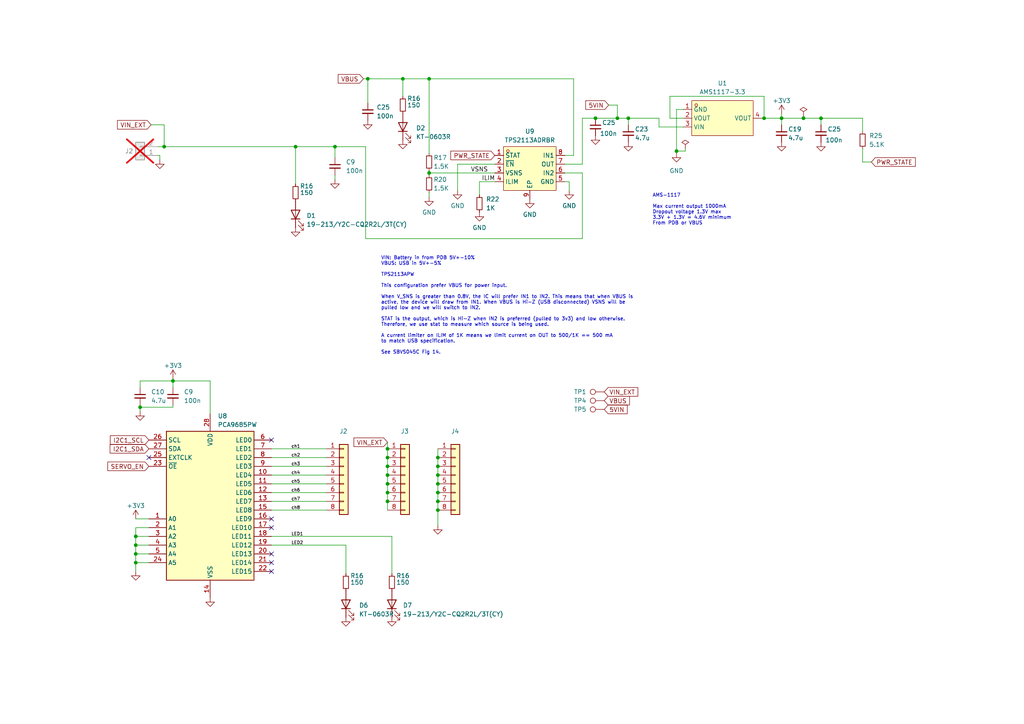
<source format=kicad_sch>
(kicad_sch (version 20230121) (generator eeschema)
  (paper "A4")
  (lib_symbols
    (symbol "Connector:TestPoint" (pin_numbers hide) (pin_names (offset 0.762) hide)
      (property "Reference" "TP" (at 0 6.858 0))
      (property "Value" "TestPoint" (at 0 5.08 0))
      (symbol "TestPoint_0_1"
        (circle (center 0 3.302) (radius 0.762))
      )
      (symbol "TestPoint_1_1"
        (pin passive line (at 0 0 90) (length 2.54) (name "1") (number "1"))
      )
    )
    (symbol "Connector_Generic:Conn_01x02" (pin_names (offset 1.016) hide)
      (property "Reference" "J" (at 0 2.54 0))
      (property "Value" "Conn_01x02" (at 0 -5.08 0))
      (symbol "Conn_01x02_1_1"
        (rectangle (start -1.27 -2.413) (end 0 -2.667) (stroke (width 0.1524)))
        (rectangle (start -1.27 0.127) (end 0 -0.127) (stroke (width 0.1524)))
        (rectangle (start -1.27 1.27) (end 1.27 -3.81) (stroke (width 0.254)) (fill (type background)))
        (pin passive line (at -5.08 0 0) (length 3.81) (name "Pin_1") (number "1"))
        (pin passive line (at -5.08 -2.54 0) (length 3.81) (name "Pin_2") (number "2"))
      )
    )
    (symbol "Connector_Generic:Conn_01x08" (pin_names (offset 1.016) hide)
      (property "Reference" "J" (at 0 10.16 0))
      (property "Value" "Conn_01x08" (at 0 -12.7 0))
      (symbol "Conn_01x08_1_1"
        (rectangle (start -1.27 -10.033) (end 0 -10.287) (stroke (width 0.1524)))
        (rectangle (start -1.27 -7.493) (end 0 -7.747) (stroke (width 0.1524)))
        (rectangle (start -1.27 -4.953) (end 0 -5.207) (stroke (width 0.1524)))
        (rectangle (start -1.27 -2.413) (end 0 -2.667) (stroke (width 0.1524)))
        (rectangle (start -1.27 0.127) (end 0 -0.127) (stroke (width 0.1524)))
        (rectangle (start -1.27 2.667) (end 0 2.413) (stroke (width 0.1524)))
        (rectangle (start -1.27 5.207) (end 0 4.953) (stroke (width 0.1524)))
        (rectangle (start -1.27 7.747) (end 0 7.493) (stroke (width 0.1524)))
        (rectangle (start -1.27 8.89) (end 1.27 -11.43) (stroke (width 0.254)) (fill (type background)))
        (pin passive line (at -5.08 7.62 0) (length 3.81) (name "Pin_1") (number "1"))
        (pin passive line (at -5.08 5.08 0) (length 3.81) (name "Pin_2") (number "2"))
        (pin passive line (at -5.08 2.54 0) (length 3.81) (name "Pin_3") (number "3"))
        (pin passive line (at -5.08 0 0) (length 3.81) (name "Pin_4") (number "4"))
        (pin passive line (at -5.08 -2.54 0) (length 3.81) (name "Pin_5") (number "5"))
        (pin passive line (at -5.08 -5.08 0) (length 3.81) (name "Pin_6") (number "6"))
        (pin passive line (at -5.08 -7.62 0) (length 3.81) (name "Pin_7") (number "7"))
        (pin passive line (at -5.08 -10.16 0) (length 3.81) (name "Pin_8") (number "8"))
      )
    )
    (symbol "Device:C_Small" (pin_numbers hide) (pin_names (offset 0.254) hide)
      (property "Reference" "C" (at 0.254 1.778 0))
      (property "Value" "C_Small" (at 0.254 -2.032 0))
      (symbol "C_Small_0_1"
        (polyline (pts (xy -1.524 -0.508) (xy 1.524 -0.508)) (stroke (width 0.3302)))
        (polyline (pts (xy -1.524 0.508) (xy 1.524 0.508)) (stroke (width 0.3048)))
      )
      (symbol "C_Small_1_1"
        (pin passive line (at 0 2.54 270) (length 2.032) (name "~") (number "1"))
        (pin passive line (at 0 -2.54 90) (length 2.032) (name "~") (number "2"))
      )
    )
    (symbol "Device:LED" (pin_numbers hide) (pin_names (offset 1.016) hide)
      (property "Reference" "D" (at 0 2.54 0))
      (property "Value" "LED" (at 0 -2.54 0))
      (symbol "LED_0_1"
        (polyline (pts (xy -1.27 -1.27) (xy -1.27 1.27)) (stroke (width 0.254)))
        (polyline (pts (xy -1.27 0) (xy 1.27 0)))
        (polyline (pts (xy 1.27 -1.27) (xy 1.27 1.27) (xy -1.27 0) (xy 1.27 -1.27)) (stroke (width 0.254)))
        (polyline (pts (xy -3.048 -0.762) (xy -4.572 -2.286) (xy -3.81 -2.286) (xy -4.572 -2.286) (xy -4.572 -1.524)))
        (polyline (pts (xy -1.778 -0.762) (xy -3.302 -2.286) (xy -2.54 -2.286) (xy -3.302 -2.286) (xy -3.302 -1.524)))
      )
      (symbol "LED_1_1"
        (pin passive line (at -3.81 0 0) (length 2.54) (name "K") (number "1"))
        (pin passive line (at 3.81 0 180) (length 2.54) (name "A") (number "2"))
      )
    )
    (symbol "Device:R_Small" (pin_numbers hide) (pin_names (offset 0.254) hide)
      (property "Reference" "R" (at 0.762 0.508 0))
      (property "Value" "R_Small" (at 0.762 -1.016 0))
      (symbol "R_Small_0_1"
        (rectangle (start -0.762 1.778) (end 0.762 -1.778) (stroke (width 0.2032)))
      )
      (symbol "R_Small_1_1"
        (pin passive line (at 0 2.54 270) (length 0.762) (name "~") (number "1"))
        (pin passive line (at 0 -2.54 90) (length 0.762) (name "~") (number "2"))
      )
    )
    (symbol "Driver_LED:PCA9685PW"
      (property "Reference" "U" (at -12.7 22.225 0))
      (property "Value" "PCA9685PW" (at 1.27 22.225 0))
      (symbol "PCA9685PW_0_1"
        (rectangle (start -12.7 20.32) (end 12.7 -22.86) (stroke (width 0.254)) (fill (type background)))
      )
      (symbol "PCA9685PW_1_1"
        (pin input line (at -17.78 -5.08 0) (length 5.08) (name "A0") (number "1"))
        (pin output line (at 17.78 7.62 180) (length 5.08) (name "LED4") (number "10"))
        (pin output line (at 17.78 5.08 180) (length 5.08) (name "LED5") (number "11"))
        (pin output line (at 17.78 2.54 180) (length 5.08) (name "LED6") (number "12"))
        (pin output line (at 17.78 0 180) (length 5.08) (name "LED7") (number "13"))
        (pin power_in line (at 0 -27.94 90) (length 5.08) (name "VSS") (number "14"))
        (pin output line (at 17.78 -2.54 180) (length 5.08) (name "LED8") (number "15"))
        (pin output line (at 17.78 -5.08 180) (length 5.08) (name "LED9") (number "16"))
        (pin output line (at 17.78 -7.62 180) (length 5.08) (name "LED10") (number "17"))
        (pin output line (at 17.78 -10.16 180) (length 5.08) (name "LED11") (number "18"))
        (pin output line (at 17.78 -12.7 180) (length 5.08) (name "LED12") (number "19"))
        (pin input line (at -17.78 -7.62 0) (length 5.08) (name "A1") (number "2"))
        (pin output line (at 17.78 -15.24 180) (length 5.08) (name "LED13") (number "20"))
        (pin output line (at 17.78 -17.78 180) (length 5.08) (name "LED14") (number "21"))
        (pin output line (at 17.78 -20.32 180) (length 5.08) (name "LED15") (number "22"))
        (pin input line (at -17.78 10.16 0) (length 5.08) (name "~{OE}") (number "23"))
        (pin input line (at -17.78 -17.78 0) (length 5.08) (name "A5") (number "24"))
        (pin input line (at -17.78 12.7 0) (length 5.08) (name "EXTCLK") (number "25"))
        (pin input line (at -17.78 17.78 0) (length 5.08) (name "SCL") (number "26"))
        (pin bidirectional line (at -17.78 15.24 0) (length 5.08) (name "SDA") (number "27"))
        (pin power_in line (at 0 25.4 270) (length 5.08) (name "VDD") (number "28"))
        (pin input line (at -17.78 -10.16 0) (length 5.08) (name "A2") (number "3"))
        (pin input line (at -17.78 -12.7 0) (length 5.08) (name "A3") (number "4"))
        (pin input line (at -17.78 -15.24 0) (length 5.08) (name "A4") (number "5"))
        (pin output line (at 17.78 17.78 180) (length 5.08) (name "LED0") (number "6"))
        (pin output line (at 17.78 15.24 180) (length 5.08) (name "LED1") (number "7"))
        (pin output line (at 17.78 12.7 180) (length 5.08) (name "LED2") (number "8"))
        (pin output line (at 17.78 10.16 180) (length 5.08) (name "LED3") (number "9"))
      )
    )
    (symbol "ofc_sym:AMS1117-3.3"
      (property "Reference" "U" (at 0 7.62 0))
      (property "Value" "AMS1117-3.3" (at 0 -7.62 0))
      (symbol "AMS1117-3.3_0_1"
        (rectangle (start -8.89 5.08) (end 8.89 -5.08) (fill (type background)))
        (circle (center -7.62 3.81) (radius 0.38))
        (pin unspecified line (at -11.43 2.54 0) (length 2.54) (name "GND") (number "1"))
        (pin unspecified line (at -11.43 0 0) (length 2.54) (name "VOUT") (number "2"))
        (pin unspecified line (at -11.43 -2.54 0) (length 2.54) (name "VIN") (number "3"))
        (pin unspecified line (at 11.43 0 180) (length 2.54) (name "VOUT") (number "4"))
      )
    )
    (symbol "ofc_sym:TPS2113ADRBR"
      (property "Reference" "U" (at 0 8.89 0))
      (property "Value" "TPS2113ADRBR" (at 0 -13.97 0))
      (symbol "TPS2113ADRBR_0_1"
        (rectangle (start -7.62 6.35) (end 7.62 -6.35) (fill (type background)))
        (circle (center -6.35 5.08) (radius 0.38))
        (pin unspecified line (at -10.16 3.81 0) (length 2.54) (name "STAT") (number "1"))
        (pin unspecified line (at -10.16 1.27 0) (length 2.54) (name "~{EN}") (number "2"))
        (pin unspecified line (at -10.16 -1.27 0) (length 2.54) (name "VSNS") (number "3"))
        (pin unspecified line (at -10.16 -3.81 0) (length 2.54) (name "ILIM") (number "4"))
        (pin unspecified line (at 10.16 -3.81 180) (length 2.54) (name "GND") (number "5"))
        (pin unspecified line (at 10.16 -1.27 180) (length 2.54) (name "IN2") (number "6"))
        (pin unspecified line (at 10.16 1.27 180) (length 2.54) (name "OUT") (number "7"))
        (pin unspecified line (at 10.16 3.81 180) (length 2.54) (name "IN1") (number "8"))
        (pin unspecified line (at 0 -8.89 90) (length 2.54) (name "EP") (number "9"))
      )
    )
    (symbol "power:+3V3" (power) (pin_names (offset 0))
      (property "Value" "+3V3" (at 0 3.556 0))
      (symbol "+3V3_0_1"
        (polyline (pts (xy -0.762 1.27) (xy 0 2.54)))
        (polyline (pts (xy 0 0) (xy 0 2.54)))
        (polyline (pts (xy 0 2.54) (xy 0.762 1.27)))
      )
      (symbol "+3V3_1_1"
        (pin power_in line (at 0 0 90) (length 0) hide (name "+3V3") (number "1"))
      )
    )
    (symbol "power:GND" (power) (pin_names (offset 0))
      (property "Value" "GND" (at 0 -3.81 0))
      (symbol "GND_0_1"
        (polyline (pts (xy 0 0) (xy 0 -1.27) (xy 1.27 -1.27) (xy 0 -2.54) (xy -1.27 -1.27) (xy 0 -1.27)))
      )
      (symbol "GND_1_1"
        (pin power_in line (at 0 0 270) (length 0) hide (name "GND") (number "1"))
      )
    )
    (symbol "power:PWR_FLAG" (power) (pin_numbers hide) (pin_names (offset 0) hide)
      (property "Value" "PWR_FLAG" (at 0 3.81 0))
      (symbol "PWR_FLAG_0_0"
        (pin power_out line (at 0 0 90) (length 0) (name "pwr") (number "1"))
      )
      (symbol "PWR_FLAG_0_1"
        (polyline (pts (xy 0 0) (xy 0 1.27) (xy -1.016 1.905) (xy 0 2.54) (xy 1.016 1.905) (xy 0 1.27)))
      )
    )
  )
  (junction (at 50.165 110.49))
  (junction (at 221.615 34.29))
  (junction (at 179.07 34.29))
  (junction (at 85.725 42.545))
  (junction (at 40.64 118.11))
  (junction (at 112.395 140.335))
  (junction (at 196.215 43.815))
  (junction (at 124.46 50.165))
  (junction (at 127 145.415))
  (junction (at 112.395 135.255))
  (junction (at 127 147.955))
  (junction (at 238.125 34.29))
  (junction (at 127 132.715))
  (junction (at 182.245 34.29))
  (junction (at 47.625 42.545))
  (junction (at 112.395 132.715))
  (junction (at 39.37 160.655))
  (junction (at 112.395 130.175))
  (junction (at 116.84 22.86))
  (junction (at 112.395 145.415))
  (junction (at 226.695 34.29))
  (junction (at 106.68 22.86))
  (junction (at 39.37 158.115))
  (junction (at 233.045 34.29))
  (junction (at 127 137.795))
  (junction (at 127 135.255))
  (junction (at 39.37 163.195))
  (junction (at 112.395 137.795))
  (junction (at 124.46 22.86))
  (junction (at 112.395 142.875))
  (junction (at 172.72 34.29))
  (junction (at 39.37 155.575))
  (junction (at 127 142.875))
  (junction (at 97.155 42.545))
  (junction (at 127 140.335))
  (no_connect (at 78.74 150.495))
  (no_connect (at 78.74 153.035))
  (no_connect (at 78.74 163.195))
  (no_connect (at 78.74 160.655))
  (no_connect (at 78.74 165.735))
  (no_connect (at 43.18 132.715))
  (no_connect (at 78.74 127.635))
  (wire (pts (xy 78.74 130.175) (xy 94.615 130.175)))
  (wire (pts (xy 94.615 142.875) (xy 78.74 142.875)))
  (wire (pts (xy 252.73 46.99) (xy 250.19 46.99)))
  (wire (pts (xy 198.755 43.815) (xy 198.755 43.18)))
  (wire (pts (xy 94.615 147.955) (xy 78.74 147.955)))
  (wire (pts (xy 191.135 34.29) (xy 191.135 36.83)))
  (wire (pts (xy 50.165 110.49) (xy 50.165 112.395)))
  (wire (pts (xy 39.37 163.195) (xy 39.37 165.735)))
  (wire (pts (xy 40.64 118.11) (xy 40.64 117.475)))
  (wire (pts (xy 45.72 45.085) (xy 46.355 45.085)))
  (wire (pts (xy 163.83 50.165) (xy 168.91 50.165)))
  (wire (pts (xy 112.395 135.255) (xy 112.395 137.795)))
  (wire (pts (xy 97.155 42.545) (xy 97.155 45.72)))
  (wire (pts (xy 194.31 34.29) (xy 194.31 27.94)))
  (wire (pts (xy 60.96 110.49) (xy 50.165 110.49)))
  (wire (pts (xy 106.68 22.86) (xy 116.84 22.86)))
  (wire (pts (xy 124.46 22.86) (xy 124.46 44.45)))
  (wire (pts (xy 78.74 155.575) (xy 113.665 155.575)))
  (wire (pts (xy 124.46 50.165) (xy 124.46 50.8)))
  (wire (pts (xy 127 135.255) (xy 127 137.795)))
  (wire (pts (xy 60.96 120.015) (xy 60.96 110.49)))
  (wire (pts (xy 47.625 36.195) (xy 47.625 42.545)))
  (wire (pts (xy 182.245 34.29) (xy 191.135 34.29)))
  (wire (pts (xy 226.695 33.02) (xy 226.695 34.29)))
  (wire (pts (xy 112.395 130.175) (xy 112.395 132.715)))
  (wire (pts (xy 85.725 42.545) (xy 85.725 53.34)))
  (wire (pts (xy 233.045 34.29) (xy 233.045 33.655)))
  (wire (pts (xy 106.045 69.215) (xy 106.045 42.545)))
  (wire (pts (xy 143.51 52.705) (xy 139.065 52.705)))
  (wire (pts (xy 194.31 27.94) (xy 221.615 27.94)))
  (wire (pts (xy 168.91 34.29) (xy 172.72 34.29)))
  (wire (pts (xy 179.07 30.48) (xy 179.07 34.29)))
  (wire (pts (xy 106.68 22.86) (xy 106.68 29.845)))
  (wire (pts (xy 97.155 42.545) (xy 106.045 42.545)))
  (wire (pts (xy 127 137.795) (xy 127 140.335)))
  (wire (pts (xy 166.37 22.86) (xy 166.37 45.085)))
  (wire (pts (xy 220.98 34.29) (xy 221.615 34.29)))
  (wire (pts (xy 78.74 158.115) (xy 100.33 158.115)))
  (wire (pts (xy 116.84 22.86) (xy 124.46 22.86)))
  (wire (pts (xy 196.215 44.45) (xy 196.215 43.815)))
  (wire (pts (xy 85.725 42.545) (xy 97.155 42.545)))
  (wire (pts (xy 196.215 31.75) (xy 196.215 43.815)))
  (wire (pts (xy 127 130.175) (xy 127 132.715)))
  (wire (pts (xy 50.165 110.49) (xy 40.64 110.49)))
  (wire (pts (xy 39.37 160.655) (xy 39.37 163.195)))
  (wire (pts (xy 124.46 49.53) (xy 124.46 50.165)))
  (wire (pts (xy 127 132.715) (xy 127 135.255)))
  (wire (pts (xy 221.615 34.29) (xy 226.695 34.29)))
  (wire (pts (xy 168.91 47.625) (xy 168.91 34.29)))
  (wire (pts (xy 97.155 52.07) (xy 97.155 50.8)))
  (wire (pts (xy 127 140.335) (xy 127 142.875)))
  (wire (pts (xy 43.815 36.195) (xy 47.625 36.195)))
  (wire (pts (xy 124.46 50.165) (xy 143.51 50.165)))
  (wire (pts (xy 112.395 142.875) (xy 112.395 145.415)))
  (wire (pts (xy 163.83 52.705) (xy 165.1 52.705)))
  (wire (pts (xy 132.715 47.625) (xy 132.715 55.245)))
  (wire (pts (xy 165.1 52.705) (xy 165.1 55.245)))
  (wire (pts (xy 39.37 153.035) (xy 39.37 155.575)))
  (wire (pts (xy 100.33 158.115) (xy 100.33 166.37)))
  (wire (pts (xy 250.19 34.29) (xy 238.125 34.29)))
  (wire (pts (xy 163.83 47.625) (xy 168.91 47.625)))
  (wire (pts (xy 94.615 145.415) (xy 78.74 145.415)))
  (wire (pts (xy 39.37 155.575) (xy 39.37 158.115)))
  (wire (pts (xy 172.72 34.29) (xy 179.07 34.29)))
  (wire (pts (xy 39.37 163.195) (xy 43.18 163.195)))
  (wire (pts (xy 198.12 31.75) (xy 196.215 31.75)))
  (wire (pts (xy 127 145.415) (xy 127 147.955)))
  (wire (pts (xy 139.065 52.705) (xy 139.065 56.515)))
  (wire (pts (xy 112.395 128.27) (xy 112.395 130.175)))
  (wire (pts (xy 39.37 153.035) (xy 43.18 153.035)))
  (wire (pts (xy 40.64 118.11) (xy 40.64 119.38)))
  (wire (pts (xy 226.695 36.195) (xy 226.695 34.29)))
  (wire (pts (xy 143.51 47.625) (xy 132.715 47.625)))
  (wire (pts (xy 47.625 42.545) (xy 85.725 42.545)))
  (wire (pts (xy 226.695 34.29) (xy 233.045 34.29)))
  (wire (pts (xy 45.72 42.545) (xy 47.625 42.545)))
  (wire (pts (xy 116.84 27.94) (xy 116.84 22.86)))
  (wire (pts (xy 168.91 69.215) (xy 106.045 69.215)))
  (wire (pts (xy 43.18 150.495) (xy 39.37 150.495)))
  (wire (pts (xy 166.37 45.085) (xy 163.83 45.085)))
  (wire (pts (xy 113.665 155.575) (xy 113.665 166.37)))
  (wire (pts (xy 94.615 140.335) (xy 78.74 140.335)))
  (wire (pts (xy 221.615 27.94) (xy 221.615 34.29)))
  (wire (pts (xy 112.395 132.715) (xy 112.395 135.255)))
  (wire (pts (xy 124.46 22.86) (xy 166.37 22.86)))
  (wire (pts (xy 238.125 34.29) (xy 238.125 36.195)))
  (wire (pts (xy 198.12 34.29) (xy 194.31 34.29)))
  (wire (pts (xy 39.37 158.115) (xy 39.37 160.655)))
  (wire (pts (xy 105.41 22.86) (xy 106.68 22.86)))
  (wire (pts (xy 127 142.875) (xy 127 145.415)))
  (wire (pts (xy 176.53 30.48) (xy 179.07 30.48)))
  (wire (pts (xy 250.19 38.1) (xy 250.19 34.29)))
  (wire (pts (xy 46.355 45.085) (xy 46.355 46.355)))
  (wire (pts (xy 39.37 160.655) (xy 43.18 160.655)))
  (wire (pts (xy 94.615 137.795) (xy 78.74 137.795)))
  (wire (pts (xy 124.46 55.88) (xy 124.46 57.15)))
  (wire (pts (xy 39.37 158.115) (xy 43.18 158.115)))
  (wire (pts (xy 50.165 109.855) (xy 50.165 110.49)))
  (wire (pts (xy 50.165 118.11) (xy 40.64 118.11)))
  (wire (pts (xy 112.395 145.415) (xy 112.395 147.955)))
  (wire (pts (xy 94.615 132.715) (xy 78.74 132.715)))
  (wire (pts (xy 50.165 117.475) (xy 50.165 118.11)))
  (wire (pts (xy 39.37 155.575) (xy 43.18 155.575)))
  (wire (pts (xy 250.19 46.99) (xy 250.19 43.18)))
  (wire (pts (xy 112.395 137.795) (xy 112.395 140.335)))
  (wire (pts (xy 94.615 135.255) (xy 78.74 135.255)))
  (wire (pts (xy 40.64 110.49) (xy 40.64 112.395)))
  (wire (pts (xy 112.395 140.335) (xy 112.395 142.875)))
  (wire (pts (xy 168.91 50.165) (xy 168.91 69.215)))
  (wire (pts (xy 179.07 34.29) (xy 182.245 34.29)))
  (wire (pts (xy 127 147.955) (xy 127 152.4)))
  (wire (pts (xy 233.045 34.29) (xy 238.125 34.29)))
  (wire (pts (xy 196.215 43.815) (xy 198.755 43.815)))
  (wire (pts (xy 191.135 36.83) (xy 198.12 36.83)))
  (wire (pts (xy 182.245 34.29) (xy 182.245 36.195)))
  (text "AMS-1117\n\nMax current output 1000mA\nDropout voltage 1.3V max\n3.3V + 1.3V = 4.6V minimum\nFrom PDB or VBUS" (at 189.23 65.405 0) (effects (font (size 1 1)) (justify left bottom)))
  (text "VIN: Battery in from PDB 5V+-10%\nVBUS: USB in 5V+-5%\n\nTPS2113APW\n\nThis configuration prefer VBUS for power input.\n\nWhen V_SNS is greater than 0.8V, the IC will prefer IN1 to IN2. This means that when VBUS is\nactive, the device will draw from IN1. When VBUS is Hi-Z (USB disconnected) VSNS will be\npulled low and we will switch to IN2. \n\nSTAT is the output, which is Hi-Z when IN2 is preferred (pulled to 3v3) and low otherwise. \nTherefore, we use stat to measure which source is being used.\n\nA current limiter on ILIM of 1K means we limit current on OUT to 500/1K == 500 mA \nto match USB specification.\n\nSee SBVS045C Fig 14." (at 110.49 102.87 0) (effects (font (size 1 1)) (justify left bottom)))
  (label "VSNS" (at 136.525 50.165 0))
  (label "ch2" (at 84.455 132.715 0) (effects (font (size 0.9 0.9))))
  (label "LED1" (at 84.455 155.575 0) (effects (font (size 0.9 0.9))))
  (label "LED2" (at 84.455 158.115 0) (effects (font (size 0.9 0.9))))
  (label "ch1" (at 84.455 130.175 0) (effects (font (size 0.9 0.9))))
  (label "ch7" (at 84.455 145.415 0) (effects (font (size 0.9 0.9))))
  (label "ch3" (at 84.455 135.255 0) (effects (font (size 0.9 0.9))))
  (label "ch5" (at 84.455 140.335 0) (effects (font (size 0.9 0.9))))
  (label "ILIM" (at 139.7 52.705 0))
  (label "ch6" (at 84.455 142.875 0) (effects (font (size 0.9 0.9))))
  (label "ch8" (at 84.455 147.955 0) (effects (font (size 0.9 0.9))))
  (label "ch4" (at 84.455 137.795 0) (effects (font (size 0.9 0.9))))
  (global_label "VBUS" (shape input) (at 175.26 116.205 0) (property "Intersheetrefs" "${INTERSHEET_REFS}" (effects hide)))
  (global_label "5VIN" (shape input) (at 176.53 30.48 180) (property "Intersheetrefs" "${INTERSHEET_REFS}" (effects hide)))
  (global_label "VIN_EXT" (shape input) (at 112.395 128.27 180) (property "Intersheetrefs" "${INTERSHEET_REFS}" (effects hide)))
  (global_label "VBUS" (shape input) (at 105.41 22.86 180) (property "Intersheetrefs" "${INTERSHEET_REFS}" (effects hide)))
  (global_label "I2C1_SCL" (shape input) (at 43.18 127.635 180) (property "Intersheetrefs" "${INTERSHEET_REFS}" (effects hide)))
  (global_label "VIN_EXT" (shape input) (at 43.815 36.195 180) (property "Intersheetrefs" "${INTERSHEET_REFS}" (effects hide)))
  (global_label "5VIN" (shape input) (at 175.26 118.745 0) (property "Intersheetrefs" "${INTERSHEET_REFS}" (effects hide)))
  (global_label "VIN_EXT" (shape input) (at 175.26 113.665 0) (property "Intersheetrefs" "${INTERSHEET_REFS}" (effects hide)))
  (global_label "I2C1_SDA" (shape input) (at 43.18 130.175 180) (property "Intersheetrefs" "${INTERSHEET_REFS}" (effects hide)))
  (global_label "SERVO_EN" (shape input) (at 43.18 135.255 180) (property "Intersheetrefs" "${INTERSHEET_REFS}" (effects hide)))
  (global_label "PWR_STATE" (shape input) (at 252.73 46.99 0) (property "Intersheetrefs" "${INTERSHEET_REFS}" (effects hide)))
  (global_label "PWR_STATE" (shape input) (at 143.51 45.085 180) (property "Intersheetrefs" "${INTERSHEET_REFS}" (effects hide)))
  (symbol (lib_id "power:GND") (at 116.84 40.64 0) (mirror y) (unit 1)
    (property "Reference" "#PWR047" (effects hide))
    (property "Value" "GND" (effects hide))
    (instances (project "ollyfc" (path "" (reference "#PWR047") (unit 1)) (path "" (reference "#PWR071") (unit 1))) (project "ofc_v3" (path "" (reference "#PWR040") (unit 1))))
  )
  (symbol (lib_id "power:GND") (at 132.715 55.245 0) (unit 1)
    (property "Reference" "#PWR072" (effects hide))
    (property "Value" "GND" (at 132.715 59.69 0))
    (instances (project "ollyfc" (path "" (reference "#PWR072") (unit 1))) (project "ofc_v3" (path "" (reference "#PWR046") (unit 1))))
  )
  (symbol (lib_id "power:GND") (at 60.96 173.355 0) (mirror y) (unit 1)
    (property "Reference" "#PWR047" (effects hide))
    (property "Value" "GND" (effects hide))
    (instances (project "ollyfc" (path "" (reference "#PWR047") (unit 1)) (path "" (reference "#PWR046") (unit 1))) (project "ofc_v3" (path "" (reference "#PWR057") (unit 1))))
  )
  (symbol (lib_id "Driver_LED:PCA9685PW") (at 60.96 145.415 0) (unit 1)
    (property "Reference" "U8" (at 63.1541 120.65 0) (effects (justify left)))
    (property "Value" "PCA9685PW" (at 63.1541 123.19 0) (effects (justify left)))
    (property "Footprint" "Package_SO:TSSOP-28_4.4x9.7mm_P0.65mm" (effects hide))
    (property "Datasheet" "http://www.nxp.com/docs/en/data-sheet/PCA9685.pdf" (effects hide))
  )
  (symbol (lib_id "power:GND") (at 165.1 55.245 0) (unit 1)
    (property "Reference" "#PWR069" (effects hide))
    (property "Value" "GND" (at 165.1 59.69 0))
    (instances (project "ollyfc" (path "" (reference "#PWR069") (unit 1))) (project "ofc_v3" (path "" (reference "#PWR047") (unit 1))))
  )
  (symbol (lib_id "Connector:TestPoint") (at 175.26 113.665 90) (unit 1)
    (property "Reference" "TP1" (at 168.275 113.665 90))
    (property "Value" "TestPoint" (effects hide))
    (property "Footprint" "TestPoint:TestPoint_Pad_D1.0mm" (effects hide))
  )
  (symbol (lib_id "Device:C_Small") (at 40.64 114.935 0) (unit 1)
    (property "Reference" "C10" (at 43.815 113.6713 0) (effects (justify left)))
    (property "Value" "4.7u" (at 43.815 116.2113 0) (effects (justify left)))
    (property "Footprint" "Capacitor_SMD:C_0402_1005Metric" (effects hide))
    (instances (project "ofc_v3" (path "" (reference "C10") (unit 1)) (path "" (reference "C21") (unit 1))))
  )
  (symbol (lib_id "Connector_Generic:Conn_01x02") (at 40.64 45.085 180) (unit 1) (dnp yes)
    (property "Reference" "J2" (at 37.465 43.815 0))
    (property "Value" "Conn_01x02" (effects hide))
    (property "Footprint" "Connector_JST:JST_PH_B2B-PH-K_1x02_P2.00mm_Vertical" (effects hide))
    (instances (project "ollyfc" (path "" (reference "J2") (unit 1)) (path "" (reference "J2") (unit 1))) (project "ofc_v3" (path "" (reference "J1") (unit 1))))
  )
  (symbol (lib_id "power:GND") (at 127 152.4 0) (mirror y) (unit 1)
    (property "Reference" "#PWR047" (effects hide))
    (property "Value" "GND" (effects hide))
    (instances (project "ollyfc" (path "" (reference "#PWR047") (unit 1)) (path "" (reference "#PWR046") (unit 1))) (project "ofc_v3" (path "" (reference "#PWR054") (unit 1))))
  )
  (symbol (lib_id "power:GND") (at 182.245 41.275 0) (unit 1)
    (property "Reference" "#PWR046" (effects hide))
    (property "Value" "GND" (effects hide))
    (instances (project "ollyfc" (path "" (reference "#PWR046") (unit 1)) (path "" (reference "#PWR08") (unit 1))) (project "ofc_v3" (path "" (reference "#PWR041") (unit 1))))
  )
  (symbol (lib_id "power:GND") (at 113.665 179.07 0) (unit 1)
    (property "Reference" "#PWR087" (effects hide))
    (property "Value" "GND" (effects hide))
    (instances (project "ofc_v3" (path "" (reference "#PWR087") (unit 1)) (path "" (reference "#PWR095") (unit 1))))
  )
  (symbol (lib_id "power:GND") (at 106.68 34.925 0) (mirror y) (unit 1)
    (property "Reference" "#PWR047" (effects hide))
    (property "Value" "GND" (effects hide))
    (instances (project "ollyfc" (path "" (reference "#PWR047") (unit 1)) (path "" (reference "#PWR071") (unit 1))) (project "ofc_v3" (path "" (reference "#PWR039") (unit 1))))
  )
  (symbol (lib_id "Device:LED") (at 116.84 36.83 90) (unit 1)
    (property "Reference" "D2" (at 120.65 37.1475 90) (effects (justify right)))
    (property "Value" "KT-0603R" (at 120.65 39.6875 90) (effects (justify right)))
    (property "Footprint" "LED_SMD:LED_0603_1608Metric" (effects hide))
  )
  (symbol (lib_id "Device:R_Small") (at 113.665 168.91 0) (unit 1)
    (property "Reference" "R16" (at 114.935 167.005 0) (effects (justify left)))
    (property "Value" "150" (at 114.935 168.91 0) (effects (justify left)))
    (property "Footprint" "Resistor_SMD:R_0603_1608Metric" (effects hide))
    (instances (project "ollyfc" (path "" (reference "R16") (unit 1)) (path "" (reference "R11") (unit 1))) (project "ofc_v3" (path "" (reference "R26") (unit 1)) (path "" (reference "R24") (unit 1))))
  )
  (symbol (lib_id "Device:R_Small") (at 124.46 53.34 0) (unit 1)
    (property "Reference" "R20" (at 125.73 52.07 0) (effects (justify left)))
    (property "Value" "1.5K" (at 125.73 54.61 0) (effects (justify left)))
    (property "Footprint" "Resistor_SMD:R_0402_1005Metric" (effects hide))
    (instances (project "ollyfc" (path "" (reference "R20") (unit 1))) (project "ofc_v3" (path "" (reference "R8") (unit 1))))
  )
  (symbol (lib_id "Device:R_Small") (at 124.46 46.99 0) (unit 1)
    (property "Reference" "R17" (at 125.73 45.72 0) (effects (justify left)))
    (property "Value" "1.5K" (at 125.73 48.26 0) (effects (justify left)))
    (property "Footprint" "Resistor_SMD:R_0402_1005Metric" (effects hide))
    (instances (project "ollyfc" (path "" (reference "R17") (unit 1))) (project "ofc_v3" (path "" (reference "R7") (unit 1))))
  )
  (symbol (lib_id "ofc_sym:TPS2113ADRBR") (at 153.67 48.895 0) (unit 1)
    (property "Reference" "U9" (at 153.67 38.1 0))
    (property "Value" "TPS2113ADRBR" (at 153.67 40.64 0))
    (property "Footprint" "Package_SON:VSON-8-1EP_3x3mm_P0.65mm_EP1.65x2.4mm" (effects hide))
    (property "LCSC Part" "C354512" (effects hide))
    (instances (project "ollyfc" (path "" (reference "U9") (unit 1))) (project "ofc_v3" (path "" (reference "U7") (unit 1))))
  )
  (symbol (lib_id "Device:R_Small") (at 116.84 30.48 0) (unit 1)
    (property "Reference" "R16" (at 118.11 28.575 0) (effects (justify left)))
    (property "Value" "150" (at 118.11 30.48 0) (effects (justify left)))
    (property "Footprint" "Resistor_SMD:R_0603_1608Metric" (effects hide))
    (instances (project "ollyfc" (path "" (reference "R16") (unit 1)) (path "" (reference "R11") (unit 1))) (project "ofc_v3" (path "" (reference "R5") (unit 1))))
  )
  (symbol (lib_id "power:GND") (at 100.33 179.07 0) (unit 1)
    (property "Reference" "#PWR087" (effects hide))
    (property "Value" "GND" (effects hide))
    (instances (project "ofc_v3" (path "" (reference "#PWR087") (unit 1)) (path "" (reference "#PWR096") (unit 1))))
  )
  (symbol (lib_id "Device:C_Small") (at 238.125 38.735 0) (unit 1)
    (property "Reference" "C25" (at 240.03 37.465 0) (effects (justify left)))
    (property "Value" "100n" (at 239.395 40.64 0) (effects (justify left)))
    (property "Footprint" "Capacitor_SMD:C_0402_1005Metric" (effects hide))
    (instances (project "ollyfc" (path "" (reference "C25") (unit 1))) (project "ofc_v3" (path "" (reference "C36") (unit 1))))
  )
  (symbol (lib_id "Device:R_Small") (at 85.725 55.88 0) (unit 1)
    (property "Reference" "R16" (at 86.995 53.975 0) (effects (justify left)))
    (property "Value" "150" (at 86.995 55.88 0) (effects (justify left)))
    (property "Footprint" "Resistor_SMD:R_0603_1608Metric" (effects hide))
    (instances (project "ollyfc" (path "" (reference "R16") (unit 1)) (path "" (reference "R11") (unit 1))) (project "ofc_v3" (path "" (reference "R9") (unit 1))))
  )
  (symbol (lib_id "power:GND") (at 85.725 66.04 0) (mirror y) (unit 1)
    (property "Reference" "#PWR047" (effects hide))
    (property "Value" "GND" (effects hide))
    (instances (project "ollyfc" (path "" (reference "#PWR047") (unit 1)) (path "" (reference "#PWR046") (unit 1))) (project "ofc_v3" (path "" (reference "#PWR051") (unit 1))))
  )
  (symbol (lib_id "power:GND") (at 196.215 44.45 0) (unit 1)
    (property "Reference" "#PWR07" (effects hide))
    (property "Value" "GND" (at 196.215 49.53 0))
    (instances (project "ollyfc" (path "" (reference "#PWR07") (unit 1))) (project "ofc_v3" (path "" (reference "#PWR043") (unit 1))))
  )
  (symbol (lib_id "power:PWR_FLAG") (at 198.755 43.18 0) (unit 1)
    (property "Reference" "#FLG02" (effects hide))
    (property "Value" "PWR_FLAG" (effects hide))
    (instances (project "ollyfc" (path "" (reference "#FLG02") (unit 1)) (path "" (reference "#FLG02") (unit 1))) (project "ofc_v3" (path "" (reference "#FLG04") (unit 1))))
  )
  (symbol (lib_id "Device:LED") (at 113.665 175.26 90) (unit 1)
    (property "Reference" "D7" (at 116.84 175.5775 90) (effects (justify right)))
    (property "Value" "19-213/Y2C-CQ2R2L/3T(CY)" (at 116.84 178.1175 90) (effects (justify right)))
    (property "Footprint" "LED_SMD:LED_0603_1608Metric" (effects hide))
  )
  (symbol (lib_id "power:GND") (at 238.125 41.275 0) (unit 1)
    (property "Reference" "#PWR046" (effects hide))
    (property "Value" "GND" (effects hide))
    (instances (project "ollyfc" (path "" (reference "#PWR046") (unit 1)) (path "" (reference "#PWR08") (unit 1))) (project "ofc_v3" (path "" (reference "#PWR092") (unit 1))))
  )
  (symbol (lib_id "Connector:TestPoint") (at 175.26 118.745 90) (unit 1)
    (property "Reference" "TP5" (at 168.275 118.745 90))
    (property "Value" "TestPoint" (effects hide))
    (property "Footprint" "TestPoint:TestPoint_Pad_D1.0mm" (effects hide))
  )
  (symbol (lib_id "power:GND") (at 226.695 41.275 0) (unit 1)
    (property "Reference" "#PWR046" (effects hide))
    (property "Value" "GND" (effects hide))
    (instances (project "ollyfc" (path "" (reference "#PWR046") (unit 1)) (path "" (reference "#PWR04") (unit 1))) (project "ofc_v3" (path "" (reference "#PWR042") (unit 1))))
  )
  (symbol (lib_id "Device:R_Small") (at 100.33 168.91 0) (unit 1)
    (property "Reference" "R16" (at 101.6 167.005 0) (effects (justify left)))
    (property "Value" "150" (at 101.6 168.91 0) (effects (justify left)))
    (property "Footprint" "Resistor_SMD:R_0603_1608Metric" (effects hide))
    (instances (project "ollyfc" (path "" (reference "R16") (unit 1)) (path "" (reference "R11") (unit 1))) (project "ofc_v3" (path "" (reference "R27") (unit 1)) (path "" (reference "R24") (unit 1))))
  )
  (symbol (lib_id "Connector_Generic:Conn_01x08") (at 132.08 137.795 0) (unit 1)
    (property "Reference" "J4" (at 130.81 125.095 0) (effects (justify left)))
    (property "Value" "Conn_01x09" (effects hide))
    (property "Footprint" "Connector_PinHeader_2.54mm:PinHeader_1x08_P2.54mm_Vertical" (effects hide))
  )
  (symbol (lib_id "power:PWR_FLAG") (at 233.045 33.655 0) (unit 1)
    (property "Reference" "#FLG02" (effects hide))
    (property "Value" "PWR_FLAG" (effects hide))
    (instances (project "ollyfc" (path "" (reference "#FLG02") (unit 1)) (path "" (reference "#FLG01") (unit 1))) (project "ofc_v3" (path "" (reference "#FLG03") (unit 1))))
  )
  (symbol (lib_id "power:GND") (at 172.72 39.37 0) (unit 1)
    (property "Reference" "#PWR046" (effects hide))
    (property "Value" "GND" (effects hide))
    (instances (project "ollyfc" (path "" (reference "#PWR046") (unit 1)) (path "" (reference "#PWR08") (unit 1))) (project "ofc_v3" (path "" (reference "#PWR091") (unit 1))))
  )
  (symbol (lib_id "power:GND") (at 139.065 61.595 0) (unit 1)
    (property "Reference" "#PWR070" (effects hide))
    (property "Value" "GND" (at 139.065 66.04 0))
    (instances (project "ollyfc" (path "" (reference "#PWR070") (unit 1))) (project "ofc_v3" (path "" (reference "#PWR050") (unit 1))))
  )
  (symbol (lib_id "Device:R_Small") (at 250.19 40.64 0) (unit 1)
    (property "Reference" "R25" (at 252.095 39.37 0) (effects (justify left)))
    (property "Value" "5.1K" (at 252.095 41.91 0) (effects (justify left)))
    (property "Footprint" "Resistor_SMD:R_0402_1005Metric" (effects hide))
    (instances (project "ollyfc" (path "" (reference "R25") (unit 1))) (project "ofc_v3" (path "" (reference "R6") (unit 1))))
  )
  (symbol (lib_id "Device:LED") (at 100.33 175.26 90) (unit 1)
    (property "Reference" "D6" (at 104.14 175.5775 90) (effects (justify right)))
    (property "Value" "KT-0603R" (at 104.14 178.1175 90) (effects (justify right)))
    (property "Footprint" "LED_SMD:LED_0603_1608Metric" (effects hide))
  )
  (symbol (lib_id "Connector_Generic:Conn_01x08") (at 117.475 137.795 0) (unit 1)
    (property "Reference" "J3" (at 116.205 125.095 0) (effects (justify left)))
    (property "Value" "Conn_01x09" (effects hide))
    (property "Footprint" "Connector_PinHeader_2.54mm:PinHeader_1x08_P2.54mm_Vertical" (effects hide))
  )
  (symbol (lib_id "Device:C_Small") (at 97.155 48.26 0) (unit 1)
    (property "Reference" "C9" (at 100.33 46.9963 0) (effects (justify left)))
    (property "Value" "100n" (at 100.33 49.5363 0) (effects (justify left)))
    (property "Footprint" "Capacitor_SMD:C_0402_1005Metric" (effects hide))
    (instances (project "ofc_v3" (path "" (reference "C9") (unit 1)) (path "" (reference "C19") (unit 1))))
  )
  (symbol (lib_id "Device:LED") (at 85.725 62.23 90) (unit 1)
    (property "Reference" "D1" (at 88.9 62.5475 90) (effects (justify right)))
    (property "Value" "19-213/Y2C-CQ2R2L/3T(CY)" (at 88.9 65.0875 90) (effects (justify right)))
    (property "Footprint" "LED_SMD:LED_0603_1608Metric" (effects hide))
  )
  (symbol (lib_id "power:GND") (at 46.355 46.355 0) (unit 1)
    (property "Reference" "#PWR07" (effects hide))
    (property "Value" "GND" (effects hide))
    (instances (project "ollyfc" (path "" (reference "#PWR07") (unit 1)) (path "" (reference "#PWR05") (unit 1))) (project "ofc_v3" (path "" (reference "#PWR044") (unit 1))))
  )
  (symbol (lib_id "Device:R_Small") (at 139.065 59.055 0) (unit 1)
    (property "Reference" "R22" (at 140.97 57.785 0) (effects (justify left)))
    (property "Value" "1K" (at 140.97 60.325 0) (effects (justify left)))
    (property "Footprint" "Resistor_SMD:R_0402_1005Metric" (effects hide))
    (instances (project "ollyfc" (path "" (reference "R22") (unit 1))) (project "ofc_v3" (path "" (reference "R10") (unit 1))))
  )
  (symbol (lib_id "power:GND") (at 153.67 57.785 0) (unit 1)
    (property "Reference" "#PWR025" (effects hide))
    (property "Value" "GND" (at 153.67 62.23 0))
    (instances (project "ollyfc" (path "" (reference "#PWR025") (unit 1))) (project "ofc_v3" (path "" (reference "#PWR049") (unit 1))))
  )
  (symbol (lib_id "ofc_sym:AMS1117-3.3") (at 209.55 34.29 0) (unit 1)
    (property "Reference" "U1" (at 209.55 24.13 0))
    (property "Value" "AMS1117-3.3" (at 209.55 26.67 0))
    (property "Footprint" "Package_TO_SOT_SMD:SOT-223" (effects hide))
    (property "Datasheet" "https://lcsc.com/product-detail/Low-Dropout-Regulators-LDO_AMS_AMS1117-3-3_AMS1117-3-3_C6186.html" (effects hide))
    (property "LCSC Part" "C6186" (effects hide))
    (instances (project "ollyfc" (path "" (reference "U1") (unit 1))) (project "ofc_v3" (path "" (reference "U6") (unit 1))))
  )
  (symbol (lib_id "power:+3V3") (at 50.165 109.855 0) (unit 1)
    (property "Reference" "#PWR04" (effects hide))
    (property "Value" "+3V3" (at 50.165 106.045 0))
    (instances (project "ollyfc" (path "" (reference "#PWR04") (unit 1)) (path "" (reference "#PWR03") (unit 1))) (project "ofc_v3" (path "" (reference "#PWR059") (unit 1))))
  )
  (symbol (lib_id "power:GND") (at 40.64 119.38 0) (mirror y) (unit 1)
    (property "Reference" "#PWR047" (effects hide))
    (property "Value" "GND" (effects hide))
    (instances (project "ollyfc" (path "" (reference "#PWR047") (unit 1)) (path "" (reference "#PWR046") (unit 1))) (project "ofc_v3" (path "" (reference "#PWR058") (unit 1))))
  )
  (symbol (lib_id "Connector_Generic:Conn_01x08") (at 99.695 137.795 0) (unit 1)
    (property "Reference" "J2" (at 98.425 125.095 0) (effects (justify left)))
    (property "Value" "Conn_01x09" (effects hide))
    (property "Footprint" "Connector_PinHeader_2.54mm:PinHeader_1x08_P2.54mm_Vertical" (effects hide))
  )
  (symbol (lib_id "power:GND") (at 124.46 57.15 0) (unit 1)
    (property "Reference" "#PWR048" (effects hide))
    (property "Value" "GND" (at 124.46 61.595 0))
  )
  (symbol (lib_id "Device:C_Small") (at 172.72 36.83 0) (unit 1)
    (property "Reference" "C25" (at 174.625 35.56 0) (effects (justify left)))
    (property "Value" "100n" (at 173.99 38.735 0) (effects (justify left)))
    (property "Footprint" "Capacitor_SMD:C_0402_1005Metric" (effects hide))
    (instances (project "ollyfc" (path "" (reference "C25") (unit 1))) (project "ofc_v3" (path "" (reference "C35") (unit 1))))
  )
  (symbol (lib_id "Device:C_Small") (at 226.695 38.735 0) (unit 1)
    (property "Reference" "C19" (at 228.6 37.465 0) (effects (justify left)))
    (property "Value" "4.7u" (at 228.6 40.005 0) (effects (justify left)))
    (property "Footprint" "Capacitor_SMD:C_0603_1608Metric" (effects hide))
    (instances (project "ollyfc" (path "" (reference "C19") (unit 1))) (project "ofc_v3" (path "" (reference "C18") (unit 1))))
  )
  (symbol (lib_id "Device:C_Small") (at 106.68 32.385 0) (unit 1)
    (property "Reference" "C25" (at 109.22 31.1213 0) (effects (justify left)))
    (property "Value" "100n" (at 109.22 33.6613 0) (effects (justify left)))
    (property "Footprint" "Capacitor_SMD:C_0402_1005Metric" (effects hide))
    (instances (project "ollyfc" (path "" (reference "C25") (unit 1))) (project "ofc_v3" (path "" (reference "C16") (unit 1))))
  )
  (symbol (lib_id "power:+3V3") (at 39.37 150.495 0) (unit 1)
    (property "Reference" "#PWR04" (effects hide))
    (property "Value" "+3V3" (at 39.37 146.685 0))
    (instances (project "ollyfc" (path "" (reference "#PWR04") (unit 1)) (path "" (reference "#PWR03") (unit 1))) (project "ofc_v3" (path "" (reference "#PWR094") (unit 1))))
  )
  (symbol (lib_id "Connector:TestPoint") (at 175.26 116.205 90) (unit 1)
    (property "Reference" "TP4" (at 168.275 116.205 90))
    (property "Value" "TestPoint" (effects hide))
    (property "Footprint" "TestPoint:TestPoint_Pad_D1.0mm" (effects hide))
  )
  (symbol (lib_id "power:GND") (at 39.37 165.735 0) (mirror y) (unit 1)
    (property "Reference" "#PWR047" (effects hide))
    (property "Value" "GND" (effects hide))
    (instances (project "ollyfc" (path "" (reference "#PWR047") (unit 1)) (path "" (reference "#PWR046") (unit 1))) (project "ofc_v3" (path "" (reference "#PWR093") (unit 1))))
  )
  (symbol (lib_id "power:+3V3") (at 226.695 33.02 0) (unit 1)
    (property "Reference" "#PWR04" (effects hide))
    (property "Value" "+3V3" (at 226.695 29.21 0))
    (instances (project "ollyfc" (path "" (reference "#PWR04") (unit 1)) (path "" (reference "#PWR03") (unit 1))) (project "ofc_v3" (path "" (reference "#PWR038") (unit 1))))
  )
  (symbol (lib_id "Device:C_Small") (at 50.165 114.935 0) (unit 1)
    (property "Reference" "C9" (at 53.34 113.6713 0) (effects (justify left)))
    (property "Value" "100n" (at 53.34 116.2113 0) (effects (justify left)))
    (property "Footprint" "Capacitor_SMD:C_0402_1005Metric" (effects hide))
    (instances (project "ofc_v3" (path "" (reference "C9") (unit 1)) (path "" (reference "C22") (unit 1))))
  )
  (symbol (lib_id "power:GND") (at 97.155 52.07 0) (mirror y) (unit 1)
    (property "Reference" "#PWR047" (effects hide))
    (property "Value" "GND" (effects hide))
    (instances (project "ollyfc" (path "" (reference "#PWR047") (unit 1)) (path "" (reference "#PWR068") (unit 1))) (project "ofc_v3" (path "" (reference "#PWR045") (unit 1))))
  )
  (symbol (lib_id "Device:C_Small") (at 182.245 38.735 0) (unit 1)
    (property "Reference" "C23" (at 184.15 37.465 0) (effects (justify left)))
    (property "Value" "4.7u" (at 184.15 40.005 0) (effects (justify left)))
    (property "Footprint" "Capacitor_SMD:C_0603_1608Metric" (effects hide))
    (instances (project "ollyfc" (path "" (reference "C23") (unit 1))) (project "ofc_v3" (path "" (reference "C17") (unit 1))))
  )
)
</source>
